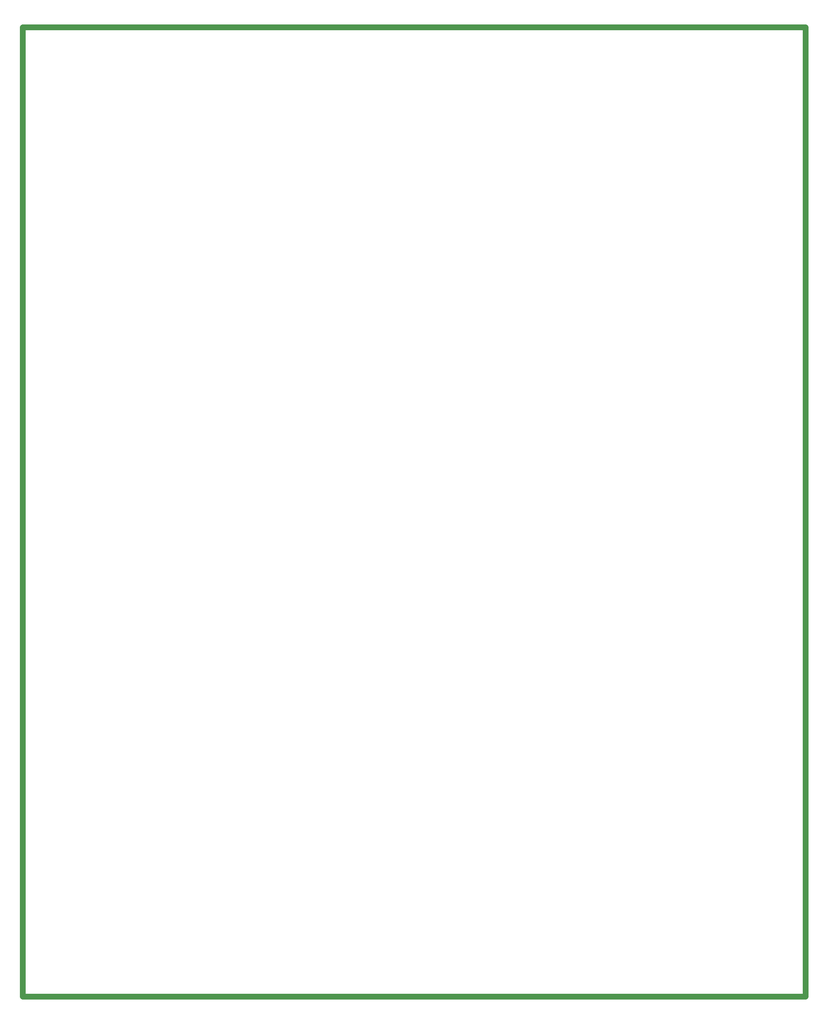
<source format=gm1>
G04*
G04 #@! TF.GenerationSoftware,Altium Limited,Altium Designer,21.9.2 (33)*
G04*
G04 Layer_Color=16711935*
%FSLAX44Y44*%
%MOMM*%
G71*
G04*
G04 #@! TF.SameCoordinates,D0450A9E-FE46-4EA2-B322-C77A40C1B8EA*
G04*
G04*
G04 #@! TF.FilePolarity,Positive*
G04*
G01*
G75*
%ADD64C,1.2000*%
D64*
X0Y0D02*
X1600200D01*
Y1981200D01*
X0D02*
X1600200D01*
X0Y0D02*
Y1981200D01*
M02*

</source>
